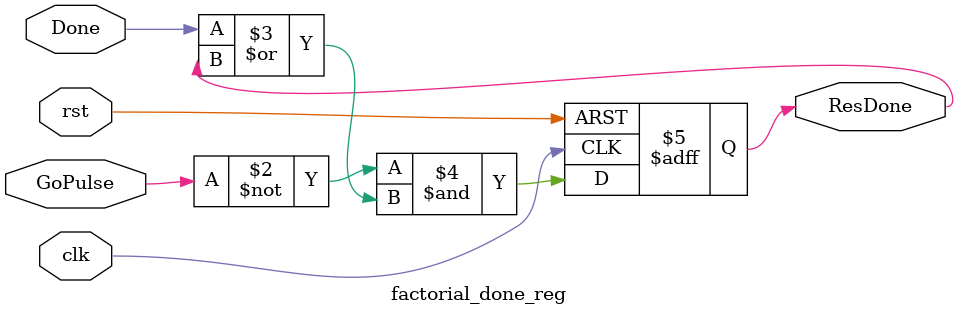
<source format=v>
module factorial_done_reg(
    input wire rst,
    input wire clk,
    input wire Done,
    input wire GoPulse,
    output reg ResDone
);

always @ (posedge clk, posedge rst) begin
    if(rst) ResDone <= 1'b0;
    else ResDone <= (~GoPulse) & (Done | ResDone);
end

endmodule
</source>
